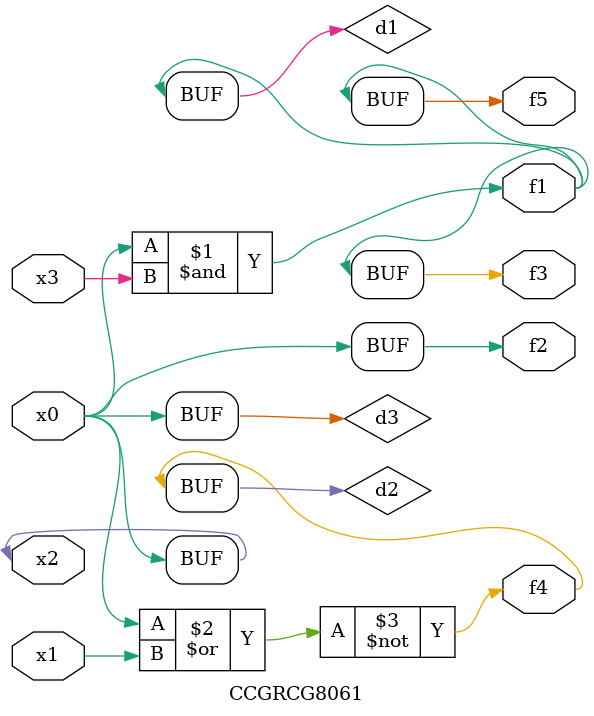
<source format=v>
module CCGRCG8061(
	input x0, x1, x2, x3,
	output f1, f2, f3, f4, f5
);

	wire d1, d2, d3;

	and (d1, x2, x3);
	nor (d2, x0, x1);
	buf (d3, x0, x2);
	assign f1 = d1;
	assign f2 = d3;
	assign f3 = d1;
	assign f4 = d2;
	assign f5 = d1;
endmodule

</source>
